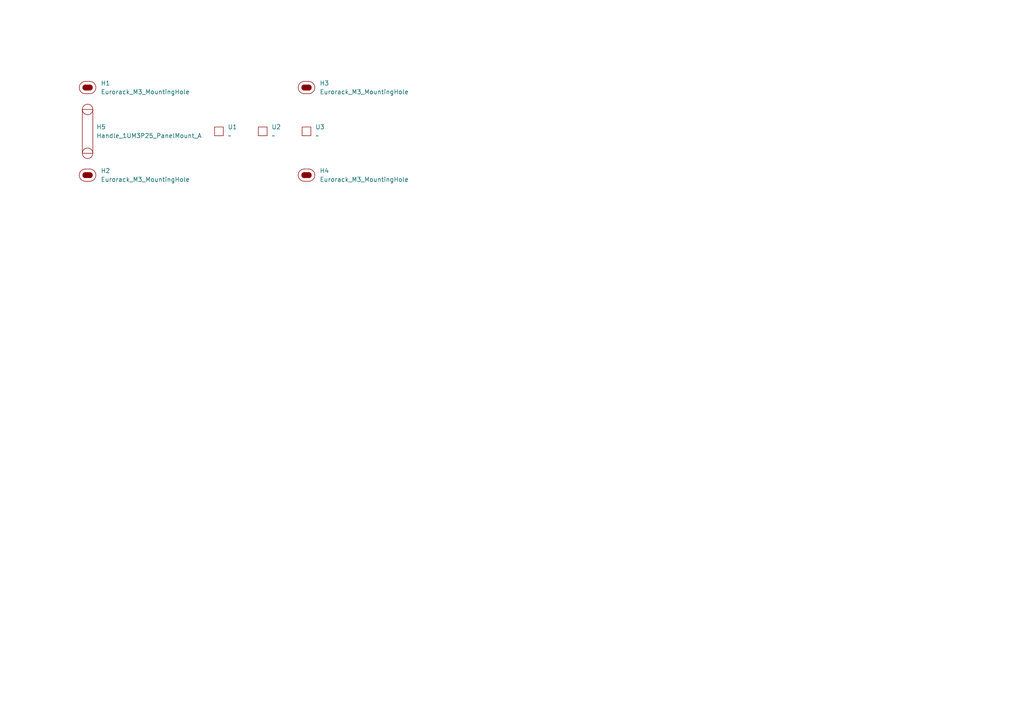
<source format=kicad_sch>
(kicad_sch (version 20250114) (generator "eeschema") (generator_version "9.0")
  (paper "A4")
  (lib_symbols
    (symbol "EXC:Eurorack_M3_MountingHole" (pin_names (offset 1.016))
      (property "Reference" "H" (at 0 5.08 0))
      (property "Value" "Eurorack_M3_MountingHole" (at 0 3.175 0))
      (symbol "Eurorack_M3_MountingHole_0_1"
        (polyline (pts (xy -0.635 0.762) (xy 0.635 0.762)))
        (circle (center -0.635 0) (radius 0.762) (fill (type outline)))
        (arc (start -0.635 -0.762) (mid -1.397 0) (end -0.635 0.762))
        (arc (start -0.635 -1.778) (mid -2.413 0) (end -0.635 1.778))
        (polyline (pts (xy -0.635 -0.762) (xy 0.635 -0.762)))
        (polyline (pts (xy -0.635 -1.778) (xy 0.635 -1.778)))
        (circle (center 0 0) (radius 0.762) (fill (type outline)))
        (polyline (pts (xy 0.635 1.778) (xy -0.635 1.778)))
        (arc (start 0.6141 1.778) (mid 2.4131 0) (end 0.6141 -1.778))
        (arc (start 0.6227 0.762) (mid 1.3971 0) (end 0.6227 -0.762))
        (circle (center 0.635 0) (radius 0.762) (fill (type outline)))
      )
    )
    (symbol "EXC:Handle_1UM3P25_A"
      (property "Reference" "H" (at 0 -6.35 0))
      (property "Value" "Handle_1UM3P25_PanelMount_A" (at 0.254 -17.018 0))
      (symbol "Handle_1UM3P25_A_0_1"
        (rectangle (start -1.524 0) (end 1.524 -12.7))
        (circle (center 0 0) (radius 1.524))
        (circle (center 0 -12.7) (radius 1.524))
      )
    )
    (symbol "EXC:SW_CherrySwitch_Clearance_Inner"
      (property "Reference" "U" (at 0 0 0))
      (symbol "SW_CherrySwitch_Clearance_Inner_0_1"
        (rectangle (start -1.27 1.27) (end 1.27 -1.27))
      )
    )
  )
  (symbol (lib_id "EXC:Eurorack_M3_MountingHole") (at 25.4 50.8 0) (unit 1)
    (property "Reference" "H2" (at 29.21 49.5299 0) (effects (justify left)))
    (property "Value" "Eurorack_M3_MountingHole" (at 29.21 52.0699 0) (effects (justify left)))
    (property "Footprint" "EXC:MountingHole_3.2mm_M3" (effects (hide yes)))
    (property "Description" "Mounting Hole without connection" (effects (hide yes)))
  )
  (symbol (lib_id "EXC:Eurorack_M3_MountingHole") (at 25.4 25.4 0) (unit 1)
    (property "Reference" "H1" (at 29.21 24.1299 0) (effects (justify left)))
    (property "Value" "Eurorack_M3_MountingHole" (at 29.21 26.6699 0) (effects (justify left)))
    (property "Footprint" "EXC:MountingHole_3.2mm_M3" (effects (hide yes)))
    (property "Description" "Mounting Hole without connection" (effects (hide yes)))
  )
  (symbol (lib_id "EXC:SW_CherrySwitch_Clearance_Inner") (at 63.5 38.1 0) (unit 1)
    (property "Reference" "U1" (at 66.04 36.8299 0) (effects (justify left)))
    (property "Value" "~" (at 66.04 39.3699 0) (effects (justify left)))
    (property "Footprint" "EXC:SW_Cherry_MX_1.00u_Clearance" (effects (hide yes)))
  )
  (symbol (lib_id "EXC:SW_CherrySwitch_Clearance_Inner") (at 88.9 38.1 0) (unit 1)
    (property "Reference" "U3" (at 91.44 36.8299 0) (effects (justify left)))
    (property "Value" "~" (at 91.44 39.3699 0) (effects (justify left)))
    (property "Footprint" "EXC:SW_Cherry_MX_1.00u_Clearance" (effects (hide yes)))
  )
  (symbol (lib_id "EXC:SW_CherrySwitch_Clearance_Inner") (at 76.2 38.1 0) (unit 1)
    (property "Reference" "U2" (at 78.74 36.8299 0) (effects (justify left)))
    (property "Value" "~" (at 78.74 39.3699 0) (effects (justify left)))
    (property "Footprint" "EXC:SW_Cherry_MX_1.00u_Clearance" (effects (hide yes)))
  )
  (symbol (lib_id "EXC:Handle_1UM3P25_A") (at 25.4 31.75 0) (unit 1)
    (property "Reference" "H5" (at 27.94 36.8299 0) (effects (justify left)))
    (property "Value" "Handle_1UM3P25_PanelMount_A" (at 27.94 39.3699 0) (effects (justify left)))
    (property "Footprint" "EXC:Handle_1UM3P25_A" (effects (hide yes)))
  )
  (symbol (lib_id "EXC:Eurorack_M3_MountingHole") (at 88.9 50.8 0) (unit 1)
    (property "Reference" "H4" (at 92.71 49.5299 0) (effects (justify left)))
    (property "Value" "Eurorack_M3_MountingHole" (at 92.71 52.0699 0) (effects (justify left)))
    (property "Footprint" "EXC:MountingHole_3.2mm_M3" (effects (hide yes)))
    (property "Description" "Mounting Hole without connection" (effects (hide yes)))
  )
  (symbol (lib_id "EXC:Eurorack_M3_MountingHole") (at 88.9 25.4 0) (unit 1)
    (property "Reference" "H3" (at 92.71 24.1299 0) (effects (justify left)))
    (property "Value" "Eurorack_M3_MountingHole" (at 92.71 26.6699 0) (effects (justify left)))
    (property "Footprint" "EXC:MountingHole_3.2mm_M3" (effects (hide yes)))
    (property "Description" "Mounting Hole without connection" (effects (hide yes)))
  )
)
</source>
